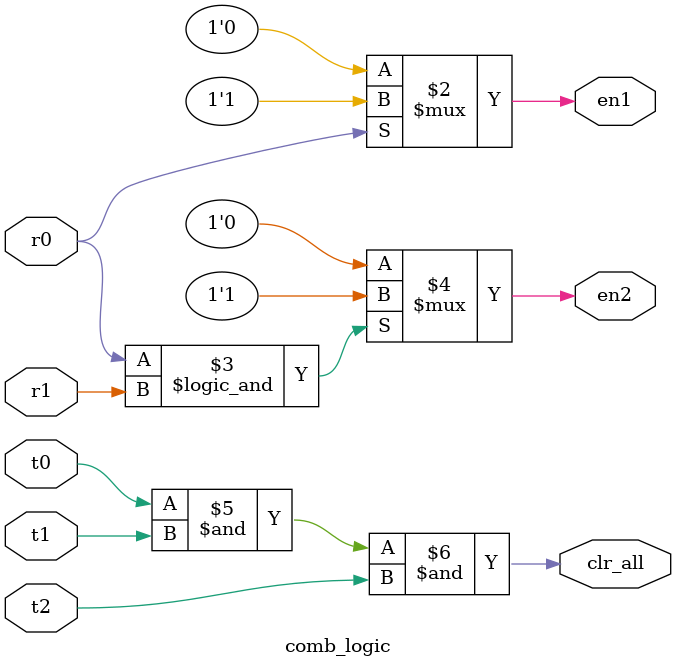
<source format=v>
`timescale 1ns / 1ps

module comb_logic(
    input       t0,
    input       t1,
    input       t2,
    input       r0,
    input       r1,
    output reg  en1,
    output reg  en2,
    output wire clr_all
);

always @(*) begin
    en1 = (r0) ? 1'b1 : 1'b0;
    en2 = (r0 && r1) ? 1'b1 : 1'b0;
end

assign clr_all = t0 & t1 & t2;

endmodule

</source>
